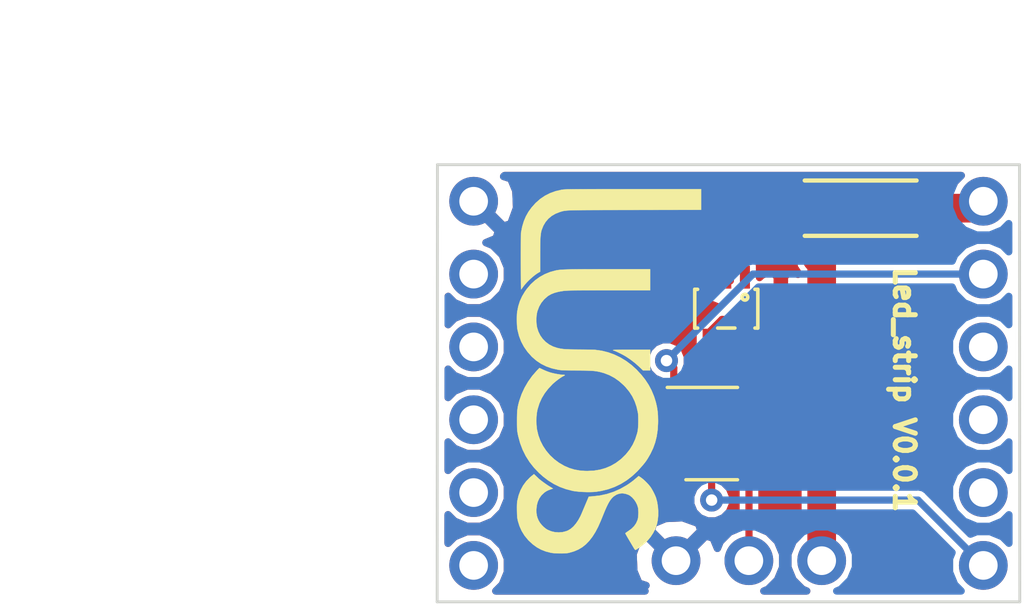
<source format=kicad_pcb>
(kicad_pcb (version 20171130) (host pcbnew "(5.0.1-3-g963ef8bb5)")

  (general
    (thickness 1.6)
    (drawings 3)
    (tracks 36)
    (zones 0)
    (modules 9)
    (nets 18)
  )

  (page A4)
  (layers
    (0 F.Cu signal)
    (31 B.Cu signal)
    (32 B.Adhes user)
    (33 F.Adhes user)
    (34 B.Paste user)
    (35 F.Paste user)
    (36 B.SilkS user)
    (37 F.SilkS user)
    (38 B.Mask user)
    (39 F.Mask user)
    (40 Dwgs.User user hide)
    (41 Cmts.User user hide)
    (42 Eco1.User user)
    (43 Eco2.User user)
    (44 Edge.Cuts user)
    (45 Margin user hide)
    (46 B.CrtYd user hide)
    (47 F.CrtYd user hide)
    (48 B.Fab user hide)
    (49 F.Fab user)
  )

  (setup
    (last_trace_width 0.25)
    (user_trace_width 1)
    (trace_clearance 0.2)
    (zone_clearance 0.2)
    (zone_45_only no)
    (trace_min 0.2)
    (segment_width 0.2)
    (edge_width 0.15)
    (via_size 0.8)
    (via_drill 0.4)
    (via_min_size 0.4)
    (via_min_drill 0.3)
    (user_via 1.6 0.8)
    (uvia_size 0.3)
    (uvia_drill 0.1)
    (uvias_allowed no)
    (uvia_min_size 0.2)
    (uvia_min_drill 0.1)
    (pcb_text_width 0.3)
    (pcb_text_size 1.5 1.5)
    (mod_edge_width 0.15)
    (mod_text_size 1 1)
    (mod_text_width 0.15)
    (pad_size 1.524 1.524)
    (pad_drill 0.762)
    (pad_to_mask_clearance 0.051)
    (solder_mask_min_width 0.25)
    (aux_axis_origin 0 0)
    (grid_origin 102.6387 58.7579)
    (visible_elements FFFFFF7F)
    (pcbplotparams
      (layerselection 0x010fc_ffffffff)
      (usegerberextensions false)
      (usegerberattributes false)
      (usegerberadvancedattributes false)
      (creategerberjobfile false)
      (excludeedgelayer true)
      (linewidth 0.100000)
      (plotframeref false)
      (viasonmask false)
      (mode 1)
      (useauxorigin false)
      (hpglpennumber 1)
      (hpglpenspeed 20)
      (hpglpendiameter 15.000000)
      (psnegative false)
      (psa4output false)
      (plotreference true)
      (plotvalue true)
      (plotinvisibletext false)
      (padsonsilk false)
      (subtractmaskfromsilk false)
      (outputformat 1)
      (mirror false)
      (drillshape 1)
      (scaleselection 1)
      (outputdirectory ""))
  )

  (net 0 "")
  (net 1 "Net-(J1-Pad8)")
  (net 2 "Net-(J1-Pad12)")
  (net 3 "Net-(J1-Pad10)")
  (net 4 "Net-(J1-Pad3)")
  (net 5 "Net-(J1-Pad9)")
  (net 6 "Net-(J1-Pad11)")
  (net 7 GND)
  (net 8 /TX)
  (net 9 "Net-(J1-Pad4)")
  (net 10 "Net-(J1-Pad2)")
  (net 11 "Net-(D1-Pad1)")
  (net 12 +3V3)
  (net 13 "Net-(U1-Pad1)")
  (net 14 "Net-(U1-Pad3)")
  (net 15 +5V)
  (net 16 VBUS)
  (net 17 /TX_5V)

  (net_class Default "Ceci est la Netclass par défaut."
    (clearance 0.2)
    (trace_width 0.25)
    (via_dia 0.8)
    (via_drill 0.4)
    (uvia_dia 0.3)
    (uvia_drill 0.1)
    (add_net +3V3)
    (add_net +5V)
    (add_net /TX)
    (add_net /TX_5V)
    (add_net GND)
    (add_net "Net-(D1-Pad1)")
    (add_net "Net-(J1-Pad10)")
    (add_net "Net-(J1-Pad11)")
    (add_net "Net-(J1-Pad12)")
    (add_net "Net-(J1-Pad2)")
    (add_net "Net-(J1-Pad3)")
    (add_net "Net-(J1-Pad4)")
    (add_net "Net-(J1-Pad8)")
    (add_net "Net-(J1-Pad9)")
    (add_net "Net-(U1-Pad1)")
    (add_net "Net-(U1-Pad3)")
    (add_net VBUS)
  )

  (net_class power ""
    (clearance 0.2)
    (trace_width 1)
    (via_dia 1.6)
    (via_drill 0.4)
    (uvia_dia 0.3)
    (uvia_drill 0.1)
  )

  (module Common_Footprint:826926-3 (layer F.Cu) (tedit 5D161F5B) (tstamp 5D1624A5)
    (at 113.4999 72.5678)
    (path /5D1644EA)
    (fp_text reference J2 (at 0 2.54) (layer F.SilkS) hide
      (effects (font (size 1 1) (thickness 0.15)))
    )
    (fp_text value Header3Contacts (at 0 -2.54) (layer F.Fab) hide
      (effects (font (size 1 1) (thickness 0.15)))
    )
    (pad 3 thru_hole circle (at 2.54 0) (size 1.7 1.7) (drill 1) (layers *.Cu *.Mask)
      (net 16 VBUS))
    (pad 2 thru_hole circle (at 0 0) (size 1.7 1.7) (drill 1) (layers *.Cu *.Mask)
      (net 17 /TX_5V))
    (pad 1 thru_hole circle (at -2.54 0) (size 1.7 1.7) (drill 1) (layers *.Cu *.Mask)
      (net 7 GND))
    (model ${KISYS3DMOD}/HEADER3PMAL.stp
      (offset (xyz -2.5 0 0))
      (scale (xyz 1 1 1))
      (rotate (xyz 0 0 0))
    )
  )

  (module Common_Footprint:SOT-23-5 (layer F.Cu) (tedit 5C657B76) (tstamp 5D163060)
    (at 112.2045 68.1355)
    (descr "5-pin SOT23 package")
    (tags SOT-23-5)
    (path /5D0D1741)
    (attr smd)
    (fp_text reference U2 (at 0 -2.9) (layer F.SilkS) hide
      (effects (font (size 1 1) (thickness 0.15)))
    )
    (fp_text value SN74LVC1G126DBVT (at 0 2.9) (layer F.Fab) hide
      (effects (font (size 1 1) (thickness 0.15)))
    )
    (fp_text user %R (at 0 0 90) (layer F.Fab)
      (effects (font (size 0.5 0.5) (thickness 0.075)))
    )
    (fp_line (start -0.9 1.61) (end 0.9 1.61) (layer F.SilkS) (width 0.12))
    (fp_line (start 0.9 -1.61) (end -1.55 -1.61) (layer F.SilkS) (width 0.12))
    (fp_line (start -1.9 -1.8) (end 1.9 -1.8) (layer F.CrtYd) (width 0.05))
    (fp_line (start 1.9 -1.8) (end 1.9 1.8) (layer F.CrtYd) (width 0.05))
    (fp_line (start 1.9 1.8) (end -1.9 1.8) (layer F.CrtYd) (width 0.05))
    (fp_line (start -1.9 1.8) (end -1.9 -1.8) (layer F.CrtYd) (width 0.05))
    (fp_line (start -0.9 -0.9) (end -0.25 -1.55) (layer F.Fab) (width 0.1))
    (fp_line (start 0.9 -1.55) (end -0.25 -1.55) (layer F.Fab) (width 0.1))
    (fp_line (start -0.9 -0.9) (end -0.9 1.55) (layer F.Fab) (width 0.1))
    (fp_line (start 0.9 1.55) (end -0.9 1.55) (layer F.Fab) (width 0.1))
    (fp_line (start 0.9 -1.55) (end 0.9 1.55) (layer F.Fab) (width 0.1))
    (pad 1 smd rect (at -1.3 -0.95) (size 1.1 0.6) (layers F.Cu F.Paste F.Mask)
      (net 12 +3V3))
    (pad 2 smd rect (at -1.3 0) (size 1.1 0.6) (layers F.Cu F.Paste F.Mask)
      (net 8 /TX))
    (pad 3 smd rect (at -1.3 0.95) (size 1.1 0.6) (layers F.Cu F.Paste F.Mask)
      (net 7 GND))
    (pad 4 smd rect (at 1.3 0.95) (size 1.1 0.6) (layers F.Cu F.Paste F.Mask)
      (net 17 /TX_5V))
    (pad 5 smd rect (at 1.3 -0.95) (size 1.1 0.6) (layers F.Cu F.Paste F.Mask)
      (net 15 +5V))
    (model ${KISYS3DMOD}/SOT-23-5.stp
      (at (xyz 0 0 0))
      (scale (xyz 1 1 1))
      (rotate (xyz 0 0 0))
    )
  )

  (module Common_Footprint:PowerDI-123 (layer F.Cu) (tedit 5C6D6238) (tstamp 5D16249E)
    (at 117.3988 60.2742)
    (path /5D166ECF)
    (fp_text reference D1 (at 2.3495 -0.0635 90) (layer F.Fab)
      (effects (font (size 0.5 0.5) (thickness 0.125)))
    )
    (fp_text value DFLS230L-7 (at 0 -1.75) (layer F.Fab) hide
      (effects (font (size 1 1) (thickness 0.15)))
    )
    (fp_line (start 0.254 -0.508) (end 0.254 0.5715) (layer F.Fab) (width 0.1))
    (fp_line (start 0.254 0) (end -0.8255 -0.508) (layer F.Fab) (width 0.1))
    (fp_line (start -0.8255 0.5715) (end 0.254 0) (layer F.Fab) (width 0.1))
    (fp_line (start -0.8255 -0.508) (end -0.8255 0.5715) (layer F.Fab) (width 0.1))
    (fp_line (start -1.7145 0.8255) (end -1.7145 -0.8255) (layer F.Fab) (width 0.1))
    (fp_line (start 1.7145 0.8255) (end -1.7145 0.8255) (layer F.Fab) (width 0.1))
    (fp_line (start 1.7145 -0.8255) (end 1.7145 0.8255) (layer F.Fab) (width 0.1))
    (fp_line (start -1.7145 -0.8255) (end 1.7145 -0.8255) (layer F.Fab) (width 0.1))
    (fp_line (start -1.95 -0.965) (end 1.95 -0.965) (layer F.SilkS) (width 0.15))
    (fp_line (start -1.95 0.965) (end 1.95 0.965) (layer F.SilkS) (width 0.15))
    (pad 1 smd rect (at 0.85 0) (size 2.41 1.5) (layers F.Cu F.Paste F.Mask)
      (net 11 "Net-(D1-Pad1)"))
    (pad 2 smd rect (at -1.525 0) (size 1.05 1.5) (layers F.Cu F.Paste F.Mask)
      (net 16 VBUS))
    (model ${KISYS3DMOD}/PowerDI123.stp
      (offset (xyz 0 0.9099999863331713 0.4999999924907534))
      (scale (xyz 1 1 1))
      (rotate (xyz 0 90 180))
    )
  )

  (module Common_Footprint:R_0402_NoSilk (layer F.Cu) (tedit 5E8B6747) (tstamp 5D16248E)
    (at 108.6839 67.998 270)
    (descr "Resistor SMD 0402, reflow soldering, Vishay (see dcrcw.pdf)")
    (tags "resistor 0402")
    (path /5D0D1548)
    (attr smd)
    (fp_text reference C3 (at 0 0 270) (layer F.Fab)
      (effects (font (size 0.25 0.25) (thickness 0.0625)))
    )
    (fp_text value 100nF (at 0 1.25 270) (layer F.Fab) hide
      (effects (font (size 1 1) (thickness 0.15)))
    )
    (fp_line (start 0.8 0.45) (end -0.8 0.45) (layer F.CrtYd) (width 0.05))
    (fp_line (start 0.8 0.45) (end 0.8 -0.45) (layer F.CrtYd) (width 0.05))
    (fp_line (start -0.8 -0.45) (end -0.8 0.45) (layer F.CrtYd) (width 0.05))
    (fp_line (start -0.8 -0.45) (end 0.8 -0.45) (layer F.CrtYd) (width 0.05))
    (fp_line (start -0.5 -0.25) (end 0.5 -0.25) (layer F.Fab) (width 0.1))
    (fp_line (start 0.5 -0.25) (end 0.5 0.25) (layer F.Fab) (width 0.1))
    (fp_line (start 0.5 0.25) (end -0.5 0.25) (layer F.Fab) (width 0.1))
    (fp_line (start -0.5 0.25) (end -0.5 -0.25) (layer F.Fab) (width 0.1))
    (pad 2 smd rect (at 0.45 0 270) (size 0.4 0.6) (layers F.Cu F.Paste F.Mask)
      (net 7 GND))
    (pad 1 smd rect (at -0.45 0 270) (size 0.4 0.6) (layers F.Cu F.Paste F.Mask)
      (net 12 +3V3))
    (model "${KISYS3DMOD}/0402 SMD Resistor.step"
      (at (xyz 0 0 0))
      (scale (xyz 1 1 1))
      (rotate (xyz 0 0 90))
    )
  )

  (module Common_Footprint:R_0402_NoSilk (layer F.Cu) (tedit 5E8B6747) (tstamp 5D162480)
    (at 114.9196 67.7313 270)
    (descr "Resistor SMD 0402, reflow soldering, Vishay (see dcrcw.pdf)")
    (tags "resistor 0402")
    (path /5D0D14F7)
    (attr smd)
    (fp_text reference C2 (at 0 0 270) (layer F.Fab)
      (effects (font (size 0.25 0.25) (thickness 0.0625)))
    )
    (fp_text value 100nf (at 0 1.25 270) (layer F.Fab) hide
      (effects (font (size 1 1) (thickness 0.15)))
    )
    (fp_line (start 0.8 0.45) (end -0.8 0.45) (layer F.CrtYd) (width 0.05))
    (fp_line (start 0.8 0.45) (end 0.8 -0.45) (layer F.CrtYd) (width 0.05))
    (fp_line (start -0.8 -0.45) (end -0.8 0.45) (layer F.CrtYd) (width 0.05))
    (fp_line (start -0.8 -0.45) (end 0.8 -0.45) (layer F.CrtYd) (width 0.05))
    (fp_line (start -0.5 -0.25) (end 0.5 -0.25) (layer F.Fab) (width 0.1))
    (fp_line (start 0.5 -0.25) (end 0.5 0.25) (layer F.Fab) (width 0.1))
    (fp_line (start 0.5 0.25) (end -0.5 0.25) (layer F.Fab) (width 0.1))
    (fp_line (start -0.5 0.25) (end -0.5 -0.25) (layer F.Fab) (width 0.1))
    (pad 2 smd rect (at 0.45 0 270) (size 0.4 0.6) (layers F.Cu F.Paste F.Mask)
      (net 7 GND))
    (pad 1 smd rect (at -0.45 0 270) (size 0.4 0.6) (layers F.Cu F.Paste F.Mask)
      (net 15 +5V))
    (model "${KISYS3DMOD}/0402 SMD Resistor.step"
      (at (xyz 0 0 0))
      (scale (xyz 1 1 1))
      (rotate (xyz 0 0 90))
    )
  )

  (module Common_Footprint:R_0402_NoSilk (layer F.Cu) (tedit 5E8B6747) (tstamp 5D162472)
    (at 114.6148 63.7998 90)
    (descr "Resistor SMD 0402, reflow soldering, Vishay (see dcrcw.pdf)")
    (tags "resistor 0402")
    (path /5D0D141A)
    (attr smd)
    (fp_text reference C1 (at 0 0 90) (layer F.Fab)
      (effects (font (size 0.25 0.25) (thickness 0.0625)))
    )
    (fp_text value 100nF (at 0 1.25 90) (layer F.Fab) hide
      (effects (font (size 1 1) (thickness 0.15)))
    )
    (fp_line (start 0.8 0.45) (end -0.8 0.45) (layer F.CrtYd) (width 0.05))
    (fp_line (start 0.8 0.45) (end 0.8 -0.45) (layer F.CrtYd) (width 0.05))
    (fp_line (start -0.8 -0.45) (end -0.8 0.45) (layer F.CrtYd) (width 0.05))
    (fp_line (start -0.8 -0.45) (end 0.8 -0.45) (layer F.CrtYd) (width 0.05))
    (fp_line (start -0.5 -0.25) (end 0.5 -0.25) (layer F.Fab) (width 0.1))
    (fp_line (start 0.5 -0.25) (end 0.5 0.25) (layer F.Fab) (width 0.1))
    (fp_line (start 0.5 0.25) (end -0.5 0.25) (layer F.Fab) (width 0.1))
    (fp_line (start -0.5 0.25) (end -0.5 -0.25) (layer F.Fab) (width 0.1))
    (pad 2 smd rect (at 0.45 0 90) (size 0.4 0.6) (layers F.Cu F.Paste F.Mask)
      (net 7 GND))
    (pad 1 smd rect (at -0.45 0 90) (size 0.4 0.6) (layers F.Cu F.Paste F.Mask)
      (net 16 VBUS))
    (model "${KISYS3DMOD}/0402 SMD Resistor.step"
      (at (xyz 0 0 0))
      (scale (xyz 1 1 1))
      (rotate (xyz 0 0 90))
    )
  )

  (module Common_Footprint:SC-70-5 (layer F.Cu) (tedit 5C6D5B85) (tstamp 5D162464)
    (at 112.7125 63.7794 270)
    (path /5D0D1312)
    (fp_text reference U1 (at 0.075 0.025 270) (layer F.Fab)
      (effects (font (size 0.5 0.5) (thickness 0.125)))
    )
    (fp_text value TPS71550DCKR (at 0.2 -1.9 270) (layer F.Fab) hide
      (effects (font (size 1 1) (thickness 0.15)))
    )
    (fp_circle (center -0.3937 -0.6477) (end -0.2921 -0.6477) (layer F.Fab) (width 0.1))
    (fp_line (start -0.6731 1.1049) (end 0.6731 1.1049) (layer F.Fab) (width 0.1))
    (fp_line (start -0.6731 -0.6731) (end -0.6731 1.1049) (layer F.Fab) (width 0.1))
    (fp_line (start -0.2921 -1.1049) (end -0.6731 -0.6858) (layer F.Fab) (width 0.1))
    (fp_line (start 0.6731 -1.1049) (end -0.2921 -1.1049) (layer F.Fab) (width 0.1))
    (fp_line (start 0.6731 1.1049) (end 0.6731 -1.1049) (layer F.Fab) (width 0.1))
    (fp_line (start -0.675 -0.675) (end -0.3 -1.1) (layer F.CrtYd) (width 0.125))
    (fp_line (start -0.675 -0.675) (end -0.675 1.1) (layer F.CrtYd) (width 0.125))
    (fp_line (start 0.675 -1.1) (end -0.3 -1.1) (layer F.CrtYd) (width 0.125))
    (fp_line (start 0.675 1.1) (end 0.675 -1.1) (layer F.CrtYd) (width 0.125))
    (fp_line (start -0.675 1.1) (end 0.675 1.1) (layer F.CrtYd) (width 0.125))
    (fp_line (start 0.675 -0.3) (end 0.675 0.3) (layer F.SilkS) (width 0.125))
    (fp_line (start 0.675 -1.1) (end 0.675 -1) (layer F.SilkS) (width 0.125))
    (fp_line (start -0.675 -1) (end -0.675 -1.1) (layer F.SilkS) (width 0.125))
    (fp_circle (center -0.4 -0.65) (end -0.3 -0.65) (layer F.SilkS) (width 0.125))
    (fp_line (start 0.675 1.1) (end -0.675 1.1) (layer F.SilkS) (width 0.125))
    (fp_line (start -0.675 1.1) (end -0.675 1) (layer F.SilkS) (width 0.125))
    (fp_line (start 0.675 1) (end 0.675 1.1) (layer F.SilkS) (width 0.125))
    (fp_line (start -0.675 -1.1) (end 0.675 -1.1) (layer F.SilkS) (width 0.125))
    (pad 5 smd rect (at 1.1 -0.65 270) (size 0.8 0.35) (layers F.Cu F.Paste F.Mask)
      (net 15 +5V))
    (pad 4 smd rect (at 1.1 0.65 270) (size 0.8 0.35) (layers F.Cu F.Paste F.Mask)
      (net 16 VBUS))
    (pad 3 smd rect (at -1.1 0.65 270) (size 0.8 0.35) (layers F.Cu F.Paste F.Mask)
      (net 14 "Net-(U1-Pad3)"))
    (pad 2 smd rect (at -1.1 0 270) (size 0.8 0.35) (layers F.Cu F.Paste F.Mask)
      (net 7 GND))
    (pad 1 smd rect (at -1.1 -0.65 270) (size 0.8 0.35) (layers F.Cu F.Paste F.Mask)
      (net 13 "Net-(U1-Pad1)"))
    (model ${KISYS3DMOD}/SC-70-5.step
      (at (xyz 0 0 0))
      (scale (xyz 1 1 1))
      (rotate (xyz 0 0 -90))
    )
  )

  (module Common_Footprint:l0_Shield_Socket locked (layer F.Cu) (tedit 5C657850) (tstamp 5D162448)
    (at 112.7887 66.3829)
    (path /5D0D10D5)
    (fp_text reference J1 (at 0 0.5) (layer F.SilkS) hide
      (effects (font (size 1 1) (thickness 0.15)))
    )
    (fp_text value l0_Socket (at 0 -0.5) (layer F.Fab) hide
      (effects (font (size 1 1) (thickness 0.15)))
    )
    (fp_line (start -10.15 -7.625) (end -10.16 7.62) (layer Edge.Cuts) (width 0.1))
    (fp_line (start -10.15 -7.625) (end 10.15 -7.625) (layer Edge.Cuts) (width 0.1))
    (fp_line (start -10.16 7.62) (end 10.16 7.62) (layer Edge.Cuts) (width 0.1))
    (fp_line (start 10.15 -7.625) (end 10.16 7.62) (layer Edge.Cuts) (width 0.1))
    (pad 5 thru_hole circle (at 8.8875 -3.81 270) (size 1.7 1.7) (drill 1) (layers *.Cu *.Mask)
      (net 12 +3V3))
    (pad 6 thru_hole circle (at 8.8875 -6.35 270) (size 1.7 1.7) (drill 1) (layers *.Cu *.Mask)
      (net 11 "Net-(D1-Pad1)"))
    (pad 2 thru_hole circle (at 8.8875 3.81 270) (size 1.7 1.7) (drill 1) (layers *.Cu *.Mask)
      (net 10 "Net-(J1-Pad2)"))
    (pad 4 thru_hole circle (at 8.8875 -1.27 270) (size 1.7 1.7) (drill 1) (layers *.Cu *.Mask)
      (net 9 "Net-(J1-Pad4)"))
    (pad 1 thru_hole circle (at 8.8875 6.35 270) (size 1.7 1.7) (drill 1) (layers *.Cu *.Mask)
      (net 8 /TX))
    (pad 7 thru_hole circle (at -8.8875 -6.35 270) (size 1.7 1.7) (drill 1) (layers *.Cu *.Mask)
      (net 7 GND))
    (pad 11 thru_hole circle (at -8.8875 3.81 270) (size 1.7 1.7) (drill 1) (layers *.Cu *.Mask)
      (net 6 "Net-(J1-Pad11)"))
    (pad 9 thru_hole circle (at -8.8875 -1.27 270) (size 1.7 1.7) (drill 1) (layers *.Cu *.Mask)
      (net 5 "Net-(J1-Pad9)"))
    (pad 3 thru_hole circle (at 8.8875 1.27 270) (size 1.7 1.7) (drill 1) (layers *.Cu *.Mask)
      (net 4 "Net-(J1-Pad3)"))
    (pad 10 thru_hole circle (at -8.8875 1.27 270) (size 1.7 1.7) (drill 1) (layers *.Cu *.Mask)
      (net 3 "Net-(J1-Pad10)"))
    (pad 12 thru_hole circle (at -8.8875 6.35 270) (size 1.7 1.7) (drill 1) (layers *.Cu *.Mask)
      (net 2 "Net-(J1-Pad12)"))
    (pad 8 thru_hole circle (at -8.8875 -3.81 270) (size 1.7 1.7) (drill 1) (layers *.Cu *.Mask)
      (net 1 "Net-(J1-Pad8)"))
  )

  (module Common_Footprint:Luos_logo (layer F.Cu) (tedit 5B9B947A) (tstamp 5D16435A)
    (at 108.6204 66.3271 270)
    (fp_text reference "" (at 0 0 270) (layer F.SilkS) hide
      (effects (font (size 1.524 1.524) (thickness 0.3)))
    )
    (fp_text value "" (at 0.75 0 270) (layer F.SilkS) hide
      (effects (font (size 1.524 1.524) (thickness 0.3)))
    )
    (fp_poly (pts (xy -0.3937 -1.190556) (xy -0.515682 -1.063469) (xy -0.646801 -0.916102) (xy -0.770563 -0.756235)
      (xy -0.87912 -0.59407) (xy -0.888375 -0.578885) (xy -0.921354 -0.521666) (xy -0.957124 -0.455255)
      (xy -0.993092 -0.384963) (xy -1.02666 -0.316101) (xy -1.055232 -0.253981) (xy -1.076213 -0.203913)
      (xy -1.086417 -0.173716) (xy -1.093033 -0.150862) (xy -1.098683 -0.139971) (xy -1.103436 -0.142406)
      (xy -1.107363 -0.159532) (xy -1.110533 -0.192712) (xy -1.113017 -0.24331) (xy -1.114885 -0.31269)
      (xy -1.116207 -0.402215) (xy -1.117053 -0.51325) (xy -1.117493 -0.647157) (xy -1.1176 -0.780301)
      (xy -1.1176 -1.4351) (xy -0.3937 -1.4351) (xy -0.3937 -1.190556)) (layer F.SilkS) (width 0.01))
    (fp_poly (pts (xy -5.991204 -0.904876) (xy -5.990731 -0.615337) (xy -5.9903 -0.350043) (xy -5.989877 -0.107834)
      (xy -5.989431 0.112445) (xy -5.988928 0.311951) (xy -5.988338 0.491841) (xy -5.987626 0.653272)
      (xy -5.986761 0.7974) (xy -5.985711 0.925383) (xy -5.984442 1.038377) (xy -5.982922 1.137538)
      (xy -5.98112 1.224025) (xy -5.979002 1.298992) (xy -5.976535 1.363598) (xy -5.973689 1.418998)
      (xy -5.97043 1.466351) (xy -5.966725 1.506811) (xy -5.962543 1.541537) (xy -5.95785 1.571685)
      (xy -5.952615 1.598412) (xy -5.946805 1.622874) (xy -5.940387 1.646229) (xy -5.93333 1.669632)
      (xy -5.9256 1.694242) (xy -5.917597 1.719815) (xy -5.859637 1.867488) (xy -5.782368 1.999008)
      (xy -5.686658 2.113504) (xy -5.573373 2.210104) (xy -5.44338 2.287936) (xy -5.297547 2.34613)
      (xy -5.293005 2.347542) (xy -5.249811 2.359463) (xy -5.202224 2.369539) (xy -5.147894 2.377909)
      (xy -5.084469 2.384711) (xy -5.0096 2.390081) (xy -4.920934 2.394159) (xy -4.816123 2.397082)
      (xy -4.692815 2.398988) (xy -4.548659 2.400014) (xy -4.393181 2.4003) (xy -3.836053 2.4003)
      (xy -3.81589 2.43929) (xy -3.772216 2.511725) (xy -3.712167 2.594145) (xy -3.640042 2.68178)
      (xy -3.560141 2.769859) (xy -3.476761 2.853612) (xy -3.394203 2.928267) (xy -3.3274 2.981364)
      (xy -3.284256 3.013269) (xy -3.248433 3.040174) (xy -3.225235 3.058079) (xy -3.220085 3.062352)
      (xy -3.23077 3.063788) (xy -3.264532 3.065114) (xy -3.319047 3.066327) (xy -3.391992 3.067424)
      (xy -3.481045 3.068401) (xy -3.583882 3.069257) (xy -3.69818 3.069988) (xy -3.821615 3.070591)
      (xy -3.951866 3.071063) (xy -4.086608 3.071402) (xy -4.223518 3.071604) (xy -4.360274 3.071666)
      (xy -4.494551 3.071586) (xy -4.624028 3.071361) (xy -4.746381 3.070988) (xy -4.859287 3.070463)
      (xy -4.960422 3.069784) (xy -5.047464 3.068949) (xy -5.118089 3.067953) (xy -5.169974 3.066794)
      (xy -5.200797 3.06547) (xy -5.207 3.064848) (xy -5.41071 3.023882) (xy -5.59588 2.96851)
      (xy -5.765992 2.89699) (xy -5.924524 2.80758) (xy -6.074956 2.698539) (xy -6.220767 2.568125)
      (xy -6.24269 2.546376) (xy -6.375093 2.395596) (xy -6.486748 2.230445) (xy -6.577229 2.051785)
      (xy -6.646111 1.860483) (xy -6.692969 1.657401) (xy -6.699093 1.61925) (xy -6.701461 1.600838)
      (xy -6.703629 1.577792) (xy -6.705606 1.549016) (xy -6.707402 1.513413) (xy -6.709023 1.469887)
      (xy -6.710479 1.41734) (xy -6.711777 1.354677) (xy -6.712928 1.280801) (xy -6.713938 1.194615)
      (xy -6.714817 1.095023) (xy -6.715572 0.980928) (xy -6.716213 0.851234) (xy -6.716747 0.704844)
      (xy -6.717184 0.540662) (xy -6.717532 0.35759) (xy -6.717799 0.154533) (xy -6.717993 -0.069606)
      (xy -6.718123 -0.315924) (xy -6.718198 -0.585517) (xy -6.718226 -0.860425) (xy -6.7183 -3.2131)
      (xy -6.356679 -3.213101) (xy -5.995058 -3.213101) (xy -5.991204 -0.904876)) (layer F.SilkS) (width 0.01))
    (fp_poly (pts (xy 4.671245 -1.716286) (xy 4.823697 -1.701936) (xy 4.955046 -1.675878) (xy 5.112537 -1.622409)
      (xy 5.266868 -1.546597) (xy 5.413163 -1.451438) (xy 5.546547 -1.339932) (xy 5.615056 -1.270067)
      (xy 5.653045 -1.226104) (xy 5.695097 -1.17391) (xy 5.738239 -1.117611) (xy 5.7795 -1.061334)
      (xy 5.815906 -1.009204) (xy 5.844485 -0.965348) (xy 5.862265 -0.93389) (xy 5.866726 -0.92075)
      (xy 5.856588 -0.908041) (xy 5.830301 -0.88788) (xy 5.800364 -0.868778) (xy 5.768377 -0.849826)
      (xy 5.719293 -0.820733) (xy 5.657863 -0.784315) (xy 5.588838 -0.74339) (xy 5.516969 -0.700773)
      (xy 5.516514 -0.700503) (xy 5.449397 -0.661045) (xy 5.389467 -0.626462) (xy 5.34023 -0.598725)
      (xy 5.305191 -0.579804) (xy 5.287857 -0.571669) (xy 5.286956 -0.5715) (xy 5.275309 -0.581556)
      (xy 5.254145 -0.608503) (xy 5.227112 -0.647511) (xy 5.212601 -0.669925) (xy 5.128756 -0.785387)
      (xy 5.037832 -0.877313) (xy 4.938221 -0.94697) (xy 4.828315 -0.995625) (xy 4.782056 -1.009248)
      (xy 4.720744 -1.020019) (xy 4.643528 -1.026383) (xy 4.559545 -1.028212) (xy 4.477928 -1.025377)
      (xy 4.407812 -1.017748) (xy 4.39165 -1.014769) (xy 4.294386 -0.984959) (xy 4.198458 -0.937921)
      (xy 4.109059 -0.877498) (xy 4.031379 -0.807536) (xy 3.970613 -0.731879) (xy 3.943231 -0.682759)
      (xy 3.904798 -0.572381) (xy 3.891098 -0.464412) (xy 3.901941 -0.360296) (xy 3.937136 -0.261481)
      (xy 3.996492 -0.169411) (xy 4.013614 -0.149261) (xy 4.0612 -0.101257) (xy 4.117082 -0.055759)
      (xy 4.184113 -0.011126) (xy 4.265145 0.034282) (xy 4.36303 0.082106) (xy 4.480622 0.133987)
      (xy 4.572 0.171893) (xy 4.641943 0.200358) (xy 4.723397 0.233525) (xy 4.804352 0.266504)
      (xy 4.8514 0.285678) (xy 5.058641 0.37737) (xy 5.242493 0.47413) (xy 5.40463 0.576927)
      (xy 5.546731 0.686731) (xy 5.5499 0.689451) (xy 5.669809 0.805263) (xy 5.769304 0.929722)
      (xy 5.850242 1.06604) (xy 5.914485 1.217429) (xy 5.96389 1.387102) (xy 5.970518 1.41605)
      (xy 5.978953 1.472427) (xy 5.984471 1.547731) (xy 5.987133 1.635662) (xy 5.986999 1.729922)
      (xy 5.984132 1.824212) (xy 5.978593 1.912233) (xy 5.970442 1.987686) (xy 5.964624 2.022791)
      (xy 5.919574 2.200074) (xy 5.856386 2.362985) (xy 5.773341 2.514572) (xy 5.668717 2.657879)
      (xy 5.540795 2.795955) (xy 5.513308 2.822232) (xy 5.366675 2.942665) (xy 5.205829 3.04208)
      (xy 5.030995 3.120354) (xy 4.87045 3.170456) (xy 4.821158 3.182294) (xy 4.775533 3.191103)
      (xy 4.728014 3.197433) (xy 4.673038 3.201834) (xy 4.605042 3.204855) (xy 4.518463 3.207047)
      (xy 4.4958 3.207483) (xy 4.374712 3.208484) (xy 4.276921 3.206505) (xy 4.200488 3.201477)
      (xy 4.1529 3.19512) (xy 3.961898 3.149359) (xy 3.784933 3.082602) (xy 3.622294 2.995015)
      (xy 3.474274 2.886765) (xy 3.341162 2.758018) (xy 3.295373 2.704761) (xy 3.222545 2.615744)
      (xy 3.290532 2.542947) (xy 3.323603 2.507737) (xy 3.349936 2.480074) (xy 3.364774 2.464945)
      (xy 3.366017 2.4638) (xy 3.387812 2.440998) (xy 3.420322 2.401568) (xy 3.460207 2.350036)
      (xy 3.504129 2.290933) (xy 3.548749 2.228786) (xy 3.590728 2.168123) (xy 3.626726 2.113474)
      (xy 3.639894 2.092362) (xy 3.725227 1.952354) (xy 3.75273 2.033452) (xy 3.781857 2.111479)
      (xy 3.812366 2.174302) (xy 3.849427 2.231833) (xy 3.871308 2.260793) (xy 3.960967 2.354901)
      (xy 4.06643 2.429646) (xy 4.186401 2.484449) (xy 4.319587 2.518728) (xy 4.46469 2.531905)
      (xy 4.47675 2.53203) (xy 4.577046 2.528831) (xy 4.662982 2.516761) (xy 4.744699 2.493642)
      (xy 4.83234 2.457297) (xy 4.8387 2.454323) (xy 4.916205 2.408484) (xy 4.995414 2.345336)
      (xy 5.069483 2.27149) (xy 5.131564 2.193554) (xy 5.164305 2.13995) (xy 5.215916 2.01593)
      (xy 5.246664 1.884104) (xy 5.25641 1.749164) (xy 5.245016 1.615804) (xy 5.212344 1.488718)
      (xy 5.185386 1.423471) (xy 5.128301 1.329959) (xy 5.048062 1.238544) (xy 4.946916 1.15103)
      (xy 4.827108 1.069219) (xy 4.690883 0.994913) (xy 4.600564 0.953991) (xy 4.548193 0.931922)
      (xy 4.478864 0.902663) (xy 4.399004 0.868928) (xy 4.315044 0.833434) (xy 4.2418 0.802446)
      (xy 4.00685 0.703005) (xy 3.997749 0.567599) (xy 3.968789 0.31509) (xy 3.916301 0.071787)
      (xy 3.839976 -0.163226) (xy 3.739505 -0.390869) (xy 3.614579 -0.612057) (xy 3.583482 -0.6604)
      (xy 3.541028 -0.722616) (xy 3.494462 -0.78711) (xy 3.4501 -0.845309) (xy 3.421112 -0.880793)
      (xy 3.383678 -0.924588) (xy 3.349153 -0.965248) (xy 3.323388 -0.995874) (xy 3.317731 -1.002693)
      (xy 3.289013 -1.037551) (xy 3.33985 -1.112501) (xy 3.38862 -1.176502) (xy 3.452109 -1.24829)
      (xy 3.524011 -1.321402) (xy 3.598018 -1.389377) (xy 3.6576 -1.438084) (xy 3.71524 -1.47724)
      (xy 3.789037 -1.520521) (xy 3.871104 -1.563852) (xy 3.953558 -1.603159) (xy 4.028514 -1.634369)
      (xy 4.056994 -1.644455) (xy 4.197005 -1.6813) (xy 4.350791 -1.70572) (xy 4.51124 -1.717465)
      (xy 4.671245 -1.716286)) (layer F.SilkS) (width 0.01))
    (fp_poly (pts (xy 1.459355 -1.710961) (xy 1.693227 -1.695943) (xy 1.91159 -1.663242) (xy 2.118146 -1.611787)
      (xy 2.3166 -1.540508) (xy 2.510655 -1.448334) (xy 2.654424 -1.365535) (xy 2.706714 -1.332845)
      (xy 2.749014 -1.305101) (xy 2.787654 -1.27769) (xy 2.828963 -1.245999) (xy 2.879273 -1.205418)
      (xy 2.918909 -1.172821) (xy 3.115553 -0.996369) (xy 3.288496 -0.811037) (xy 3.438005 -0.616352)
      (xy 3.564346 -0.411844) (xy 3.667788 -0.19704) (xy 3.748595 0.028532) (xy 3.807036 0.265343)
      (xy 3.836164 0.449105) (xy 3.844282 0.544875) (xy 3.84792 0.658059) (xy 3.847346 0.781856)
      (xy 3.842829 0.909462) (xy 3.834637 1.034076) (xy 3.823038 1.148893) (xy 3.8083 1.247113)
      (xy 3.803797 1.27) (xy 3.745137 1.497981) (xy 3.667018 1.712584) (xy 3.568212 1.916106)
      (xy 3.447492 2.110844) (xy 3.303632 2.299095) (xy 3.18103 2.43613) (xy 2.996877 2.612792)
      (xy 2.801743 2.766727) (xy 2.594892 2.898339) (xy 2.375587 3.008033) (xy 2.143091 3.096212)
      (xy 1.896667 3.163281) (xy 1.8288 3.177594) (xy 1.77976 3.186821) (xy 1.734336 3.193886)
      (xy 1.687988 3.19907) (xy 1.636179 3.202654) (xy 1.574371 3.204918) (xy 1.498024 3.206143)
      (xy 1.402602 3.206608) (xy 1.3589 3.206645) (xy 1.232376 3.205922) (xy 1.126097 3.20332)
      (xy 1.034937 3.198233) (xy 0.953775 3.190059) (xy 0.877485 3.178194) (xy 0.800943 3.162034)
      (xy 0.719027 3.140976) (xy 0.6604 3.124354) (xy 0.432995 3.045385) (xy 0.211401 2.943189)
      (xy -0.000798 2.81984) (xy -0.200021 2.677414) (xy -0.376718 2.523727) (xy -0.480385 2.424326)
      (xy -0.418808 2.294838) (xy -0.38779 2.224612) (xy -0.356347 2.145106) (xy -0.329412 2.069105)
      (xy -0.319462 2.037379) (xy -0.299725 1.962645) (xy -0.281014 1.877636) (xy -0.264578 1.789552)
      (xy -0.251667 1.705595) (xy -0.243531 1.632966) (xy -0.2413 1.587115) (xy -0.238463 1.550531)
      (xy -0.230242 1.538528) (xy -0.217072 1.55128) (xy -0.206065 1.572926) (xy -0.178105 1.625781)
      (xy -0.136427 1.691378) (xy -0.085027 1.764252) (xy -0.027901 1.838943) (xy 0.030955 1.909986)
      (xy 0.080187 1.964292) (xy 0.23843 2.115007) (xy 0.402531 2.241637) (xy 0.574179 2.345153)
      (xy 0.755066 2.426525) (xy 0.946883 2.486725) (xy 1.019382 2.503494) (xy 1.119425 2.519198)
      (xy 1.235972 2.528706) (xy 1.360873 2.531936) (xy 1.485978 2.528805) (xy 1.603137 2.51923)
      (xy 1.667724 2.510103) (xy 1.865892 2.463702) (xy 2.056143 2.39401) (xy 2.236687 2.302387)
      (xy 2.405736 2.190193) (xy 2.561498 2.058786) (xy 2.702183 1.909527) (xy 2.826002 1.743775)
      (xy 2.931164 1.56289) (xy 2.941063 1.54305) (xy 3.011761 1.378189) (xy 3.063128 1.209059)
      (xy 3.096142 1.031168) (xy 3.111776 0.840021) (xy 3.113402 0.7493) (xy 3.102328 0.528183)
      (xy 3.06888 0.318929) (xy 3.012884 0.121056) (xy 2.934165 -0.065916) (xy 2.832551 -0.242466)
      (xy 2.707865 -0.409076) (xy 2.682868 -0.43815) (xy 2.533048 -0.590665) (xy 2.37041 -0.721263)
      (xy 2.194765 -0.830058) (xy 2.005925 -0.917162) (xy 1.8037 -0.982686) (xy 1.7399 -0.998265)
      (xy 1.676007 -1.008925) (xy 1.59327 -1.017113) (xy 1.498134 -1.022704) (xy 1.397045 -1.025577)
      (xy 1.296449 -1.025609) (xy 1.202793 -1.022676) (xy 1.122522 -1.016656) (xy 1.0795 -1.010845)
      (xy 0.874847 -0.965058) (xy 0.686026 -0.900411) (xy 0.510507 -0.815596) (xy 0.345762 -0.709308)
      (xy 0.189266 -0.58024) (xy 0.122819 -0.516349) (xy -0.017876 -0.359072) (xy -0.135068 -0.192933)
      (xy -0.229516 -0.016593) (xy -0.301977 0.17129) (xy -0.336714 0.296328) (xy -0.349574 0.35302)
      (xy -0.360283 0.408156) (xy -0.369044 0.464765) (xy -0.376055 0.525877) (xy -0.381517 0.594522)
      (xy -0.385632 0.673729) (xy -0.3886 0.766529) (xy -0.390621 0.875951) (xy -0.391897 1.005025)
      (xy -0.392571 1.139879) (xy -0.393157 1.268919) (xy -0.394027 1.37583) (xy -0.395324 1.463879)
      (xy -0.397188 1.536338) (xy -0.399761 1.596474) (xy -0.403185 1.647559) (xy -0.4076 1.692861)
      (xy -0.413148 1.735651) (xy -0.419971 1.779196) (xy -0.420311 1.781229) (xy -0.466673 1.988444)
      (xy -0.534016 2.181417) (xy -0.62248 2.360426) (xy -0.732206 2.52575) (xy -0.863335 2.677666)
      (xy -0.883334 2.697806) (xy -1.045524 2.84174) (xy -1.217976 2.962446) (xy -1.400777 3.059969)
      (xy -1.594014 3.134354) (xy -1.797775 3.185645) (xy -1.847472 3.194397) (xy -1.910536 3.201766)
      (xy -1.991856 3.207092) (xy -2.084461 3.210318) (xy -2.18138 3.211385) (xy -2.275643 3.210238)
      (xy -2.36028 3.206818) (xy -2.42832 3.201069) (xy -2.441749 3.199286) (xy -2.63265 3.161496)
      (xy -2.810621 3.105104) (xy -2.980084 3.028243) (xy -3.145458 2.929046) (xy -3.237736 2.863189)
      (xy -3.395924 2.728585) (xy -3.535094 2.577978) (xy -3.654219 2.412973) (xy -3.752276 2.235176)
      (xy -3.82824 2.046191) (xy -3.878649 1.859472) (xy -3.885384 1.825455) (xy -3.891429 1.790185)
      (xy -3.89682 1.752183) (xy -3.901595 1.709972) (xy -3.90579 1.662074) (xy -3.909441 1.607009)
      (xy -3.912586 1.543302) (xy -3.915262 1.469472) (xy -3.917504 1.384043) (xy -3.919349 1.285536)
      (xy -3.920835 1.172473) (xy -3.921998 1.043376) (xy -3.922874 0.896767) (xy -3.923501 0.731168)
      (xy -3.923914 0.5451) (xy -3.924152 0.337087) (xy -3.924249 0.105649) (xy -3.924257 0.022225)
      (xy -3.9243 -1.4351) (xy -3.1877 -1.4351) (xy -3.1877 -0.001166) (xy -3.187663 0.22546)
      (xy -3.187539 0.428192) (xy -3.187308 0.608534) (xy -3.186952 0.767993) (xy -3.18645 0.908073)
      (xy -3.185785 1.03028) (xy -3.184936 1.136119) (xy -3.183885 1.227096) (xy -3.182612 1.304716)
      (xy -3.181098 1.370484) (xy -3.179324 1.425905) (xy -3.177271 1.472486) (xy -3.174919 1.511731)
      (xy -3.17225 1.545146) (xy -3.169243 1.574236) (xy -3.167402 1.589221) (xy -3.13994 1.753134)
      (xy -3.102783 1.89476) (xy -3.055465 2.015477) (xy -2.99752 2.116663) (xy -2.98065 2.13995)
      (xy -2.87434 2.259887) (xy -2.753964 2.358678) (xy -2.619678 2.436225) (xy -2.471635 2.492426)
      (xy -2.40665 2.509355) (xy -2.314473 2.524241) (xy -2.207643 2.531605) (xy -2.095769 2.531447)
      (xy -1.988456 2.523767) (xy -1.89865 2.50932) (xy -1.751192 2.463929) (xy -1.615432 2.396989)
      (xy -1.493303 2.310374) (xy -1.386734 2.205955) (xy -1.297654 2.085604) (xy -1.227996 1.951195)
      (xy -1.182092 1.814264) (xy -1.168102 1.756605) (xy -1.156582 1.701925) (xy -1.147276 1.646893)
      (xy -1.139925 1.588178) (xy -1.134273 1.522448) (xy -1.130063 1.446371) (xy -1.127038 1.356618)
      (xy -1.124941 1.249856) (xy -1.123515 1.122753) (xy -1.122955 1.04775) (xy -1.122004 0.936002)
      (xy -1.120685 0.828074) (xy -1.119071 0.727627) (xy -1.117237 0.638322) (xy -1.115257 0.563817)
      (xy -1.113205 0.507774) (xy -1.111367 0.47625) (xy -1.079852 0.249897) (xy -1.023919 0.026659)
      (xy -0.944525 -0.19146) (xy -0.842628 -0.402458) (xy -0.719186 -0.604329) (xy -0.575155 -0.795071)
      (xy -0.425837 -0.958449) (xy -0.249782 -1.12267) (xy -0.072568 -1.26358) (xy 0.10894 -1.383191)
      (xy 0.29788 -1.483515) (xy 0.497388 -1.566562) (xy 0.55245 -1.585937) (xy 0.710683 -1.634545)
      (xy 0.864455 -1.670642) (xy 1.020059 -1.695096) (xy 1.183794 -1.708774) (xy 1.361953 -1.712545)
      (xy 1.459355 -1.710961)) (layer F.SilkS) (width 0.01))
  )

  (dimension 20.32 (width 0.3) (layer F.Fab)
    (gr_text "20.320 mm" (at 112.7987 54.1179) (layer F.Fab)
      (effects (font (size 1.5 1.5) (thickness 0.3)))
    )
    (feature1 (pts (xy 122.9587 58.7579) (xy 122.9587 55.631479)))
    (feature2 (pts (xy 102.6387 58.7579) (xy 102.6387 55.631479)))
    (crossbar (pts (xy 102.6387 56.2179) (xy 122.9587 56.2179)))
    (arrow1a (pts (xy 122.9587 56.2179) (xy 121.832196 56.804321)))
    (arrow1b (pts (xy 122.9587 56.2179) (xy 121.832196 55.631479)))
    (arrow2a (pts (xy 102.6387 56.2179) (xy 103.765204 56.804321)))
    (arrow2b (pts (xy 102.6387 56.2179) (xy 103.765204 55.631479)))
  )
  (dimension 15.24 (width 0.3) (layer F.Fab)
    (gr_text "15.240 mm" (at 92.918701 66.3779 270) (layer F.Fab)
      (effects (font (size 1.5 1.5) (thickness 0.3)))
    )
    (feature1 (pts (xy 102.6387 73.9979) (xy 94.43228 73.9979)))
    (feature2 (pts (xy 102.6387 58.7579) (xy 94.43228 58.7579)))
    (crossbar (pts (xy 95.018701 58.7579) (xy 95.018701 73.9979)))
    (arrow1a (pts (xy 95.018701 73.9979) (xy 94.43228 72.871396)))
    (arrow1b (pts (xy 95.018701 73.9979) (xy 95.605122 72.871396)))
    (arrow2a (pts (xy 95.018701 58.7579) (xy 94.43228 59.884404)))
    (arrow2b (pts (xy 95.018701 58.7579) (xy 95.605122 59.884404)))
  )
  (gr_text "Led_strip V0.0.1" (at 118.9201 66.6065 270) (layer F.SilkS)
    (effects (font (size 0.7 0.7) (thickness 0.175)))
  )

  (via (at 112.2018 70.4546) (size 0.8) (drill 0.4) (layers F.Cu B.Cu) (net 8))
  (segment (start 112.2018 68.6328) (end 112.2018 70.4546) (width 0.25) (layer F.Cu) (net 8))
  (segment (start 111.7045 68.1355) (end 112.2018 68.6328) (width 0.25) (layer F.Cu) (net 8))
  (segment (start 110.9045 68.1355) (end 111.7045 68.1355) (width 0.25) (layer F.Cu) (net 8))
  (segment (start 119.3979 70.4546) (end 121.6762 72.7329) (width 0.25) (layer B.Cu) (net 8))
  (segment (start 112.2018 70.4546) (end 119.3979 70.4546) (width 0.25) (layer B.Cu) (net 8))
  (segment (start 121.4349 60.2742) (end 121.6762 60.0329) (width 1) (layer F.Cu) (net 11))
  (segment (start 118.2488 60.2742) (end 121.4349 60.2742) (width 1) (layer F.Cu) (net 11))
  (segment (start 110.9045 66.6355) (end 110.881 66.612) (width 0.25) (layer F.Cu) (net 12))
  (segment (start 110.9045 67.1855) (end 110.9045 66.6355) (width 0.25) (layer F.Cu) (net 12))
  (via (at 110.627 65.5905) (size 0.8) (drill 0.4) (layers F.Cu B.Cu) (net 12))
  (segment (start 110.881 65.8445) (end 110.627 65.5905) (width 0.25) (layer F.Cu) (net 12))
  (segment (start 110.881 66.612) (end 110.881 65.8445) (width 0.25) (layer F.Cu) (net 12))
  (segment (start 113.6446 62.5729) (end 121.6762 62.5729) (width 0.25) (layer B.Cu) (net 12))
  (segment (start 110.627 65.5905) (end 113.6446 62.5729) (width 0.25) (layer B.Cu) (net 12))
  (segment (start 109.0464 67.1855) (end 108.6839 67.548) (width 0.25) (layer F.Cu) (net 12))
  (segment (start 110.9045 67.1855) (end 109.0464 67.1855) (width 0.25) (layer F.Cu) (net 12))
  (segment (start 113.3625 67.0435) (end 113.5045 67.1855) (width 0.25) (layer F.Cu) (net 15))
  (segment (start 113.3625 64.8794) (end 113.3625 67.0435) (width 0.25) (layer F.Cu) (net 15))
  (segment (start 114.8238 67.1855) (end 114.9196 67.2813) (width 0.25) (layer F.Cu) (net 15))
  (segment (start 113.5045 67.1855) (end 114.8238 67.1855) (width 0.25) (layer F.Cu) (net 15))
  (segment (start 116.0399 62.1903) (end 116.0399 63.6474) (width 1) (layer F.Cu) (net 16))
  (segment (start 112.0625 64.8794) (end 112.0625 64.6544) (width 0.25) (layer F.Cu) (net 16))
  (segment (start 112.0625 64.6544) (end 112.562501 64.154399) (width 0.25) (layer F.Cu) (net 16))
  (segment (start 114.0648 64.2498) (end 114.6148 64.2498) (width 0.25) (layer F.Cu) (net 16))
  (segment (start 113.969399 64.154399) (end 114.0648 64.2498) (width 0.25) (layer F.Cu) (net 16))
  (segment (start 112.562501 64.154399) (end 113.969399 64.154399) (width 0.25) (layer F.Cu) (net 16))
  (segment (start 115.8738 60.2742) (end 115.8738 62.0242) (width 1) (layer F.Cu) (net 16))
  (segment (start 115.7672 63.6474) (end 116.0399 63.6474) (width 0.25) (layer F.Cu) (net 16))
  (segment (start 115.8738 62.0242) (end 116.0399 62.1903) (width 1) (layer F.Cu) (net 16))
  (segment (start 114.6148 64.2498) (end 115.1648 64.2498) (width 0.25) (layer F.Cu) (net 16))
  (segment (start 116.0399 71.365719) (end 116.0399 72.5678) (width 1) (layer F.Cu) (net 16))
  (segment (start 116.0399 63.6474) (end 116.0399 71.365719) (width 1) (layer F.Cu) (net 16))
  (segment (start 115.1648 64.2498) (end 115.7672 63.6474) (width 0.25) (layer F.Cu) (net 16))
  (segment (start 113.5045 72.5632) (end 113.4999 72.5678) (width 0.25) (layer F.Cu) (net 17))
  (segment (start 113.5045 69.0855) (end 113.5045 72.5632) (width 0.25) (layer F.Cu) (net 17))

  (zone (net 7) (net_name GND) (layer F.Cu) (tstamp 0) (hatch edge 0.508)
    (connect_pads (clearance 0.2))
    (min_thickness 0.254)
    (fill yes (arc_segments 16) (thermal_gap 0.508) (thermal_bridge_width 0.508))
    (polygon
      (pts
        (xy 102.6387 58.7579) (xy 122.9587 58.7579) (xy 122.9587 73.9979) (xy 102.6387 73.9979)
      )
    )
    (filled_polygon
      (pts
        (xy 120.678387 59.366183) (xy 120.644829 59.4472) (xy 119.77189 59.4472) (xy 119.761827 59.396611) (xy 119.689554 59.288446)
        (xy 119.581389 59.216173) (xy 119.4538 59.190794) (xy 117.0438 59.190794) (xy 116.916211 59.216173) (xy 116.808046 59.288446)
        (xy 116.735773 59.396611) (xy 116.7213 59.469372) (xy 116.706827 59.396611) (xy 116.634554 59.288446) (xy 116.526389 59.216173)
        (xy 116.3988 59.190794) (xy 115.3488 59.190794) (xy 115.221211 59.216173) (xy 115.113046 59.288446) (xy 115.040773 59.396611)
        (xy 115.015394 59.5242) (xy 115.015394 61.0242) (xy 115.040773 61.151789) (xy 115.046801 61.16081) (xy 115.046801 61.942752)
        (xy 115.0306 62.0242) (xy 115.094784 62.346878) (xy 115.094785 62.346879) (xy 115.2129 62.523651) (xy 115.2129 62.585958)
        (xy 115.04111 62.5148) (xy 114.90055 62.5148) (xy 114.7418 62.67355) (xy 114.7418 63.2498) (xy 114.7618 63.2498)
        (xy 114.7618 63.4498) (xy 114.7418 63.4498) (xy 114.7418 63.4968) (xy 114.4878 63.4968) (xy 114.4878 63.4498)
        (xy 114.4678 63.4498) (xy 114.4678 63.2498) (xy 114.4878 63.2498) (xy 114.4878 62.67355) (xy 114.32905 62.5148)
        (xy 114.18849 62.5148) (xy 113.955101 62.611473) (xy 113.870906 62.695668) (xy 113.870906 62.2794) (xy 113.845527 62.151811)
        (xy 113.773254 62.043646) (xy 113.665089 61.971373) (xy 113.5375 61.945994) (xy 113.436718 61.945994) (xy 113.425827 61.919702)
        (xy 113.247199 61.741073) (xy 113.01381 61.6444) (xy 112.95875 61.6444) (xy 112.8 61.80315) (xy 112.8 62.5524)
        (xy 112.854094 62.5524) (xy 112.854094 62.8064) (xy 112.8 62.8064) (xy 112.8 62.8264) (xy 112.625 62.8264)
        (xy 112.625 62.8064) (xy 112.570906 62.8064) (xy 112.570906 62.5524) (xy 112.625 62.5524) (xy 112.625 61.80315)
        (xy 112.46625 61.6444) (xy 112.41119 61.6444) (xy 112.177801 61.741073) (xy 111.999173 61.919702) (xy 111.988282 61.945994)
        (xy 111.8875 61.945994) (xy 111.759911 61.971373) (xy 111.651746 62.043646) (xy 111.579473 62.151811) (xy 111.554094 62.2794)
        (xy 111.554094 63.0794) (xy 111.579473 63.206989) (xy 111.651746 63.315154) (xy 111.759911 63.387427) (xy 111.8875 63.412806)
        (xy 111.988282 63.412806) (xy 111.999173 63.439098) (xy 112.177801 63.617727) (xy 112.41119 63.7144) (xy 112.457649 63.7144)
        (xy 112.386139 63.728624) (xy 112.236627 63.828525) (xy 112.211409 63.866266) (xy 111.931682 64.145994) (xy 111.8875 64.145994)
        (xy 111.759911 64.171373) (xy 111.651746 64.243646) (xy 111.579473 64.351811) (xy 111.554094 64.4794) (xy 111.554094 65.2794)
        (xy 111.579473 65.406989) (xy 111.651746 65.515154) (xy 111.759911 65.587427) (xy 111.8875 65.612806) (xy 112.2375 65.612806)
        (xy 112.365089 65.587427) (xy 112.473254 65.515154) (xy 112.545527 65.406989) (xy 112.570906 65.2794) (xy 112.570906 64.785218)
        (xy 112.749726 64.606399) (xy 112.854094 64.606399) (xy 112.854094 65.2794) (xy 112.879473 65.406989) (xy 112.9105 65.453425)
        (xy 112.910501 66.560846) (xy 112.826911 66.577473) (xy 112.718746 66.649746) (xy 112.646473 66.757911) (xy 112.621094 66.8855)
        (xy 112.621094 67.4855) (xy 112.646473 67.613089) (xy 112.718746 67.721254) (xy 112.826911 67.793527) (xy 112.9545 67.818906)
        (xy 113.999547 67.818906) (xy 113.9846 67.854991) (xy 113.9846 67.92255) (xy 114.14335 68.0813) (xy 114.7926 68.0813)
        (xy 114.7926 68.0343) (xy 115.0466 68.0343) (xy 115.0466 68.0813) (xy 115.0666 68.0813) (xy 115.0666 68.2813)
        (xy 115.0466 68.2813) (xy 115.0466 68.85755) (xy 115.20535 69.0163) (xy 115.212901 69.0163) (xy 115.212901 71.284267)
        (xy 115.2129 71.284272) (xy 115.2129 71.73027) (xy 115.042087 71.901083) (xy 114.8629 72.33368) (xy 114.8629 72.80192)
        (xy 115.042087 73.234517) (xy 115.373183 73.565613) (xy 115.518729 73.6259) (xy 114.021071 73.6259) (xy 114.166617 73.565613)
        (xy 114.497713 73.234517) (xy 114.6769 72.80192) (xy 114.6769 72.33368) (xy 114.497713 71.901083) (xy 114.166617 71.569987)
        (xy 113.9565 71.482954) (xy 113.9565 69.718906) (xy 114.0545 69.718906) (xy 114.182089 69.693527) (xy 114.290254 69.621254)
        (xy 114.362527 69.513089) (xy 114.387906 69.3855) (xy 114.387906 68.972648) (xy 114.49329 69.0163) (xy 114.63385 69.0163)
        (xy 114.7926 68.85755) (xy 114.7926 68.2813) (xy 114.14335 68.2813) (xy 113.9846 68.44005) (xy 113.9846 68.452094)
        (xy 112.9545 68.452094) (xy 112.826911 68.477473) (xy 112.718746 68.549746) (xy 112.662402 68.634072) (xy 112.662655 68.632799)
        (xy 112.648428 68.561275) (xy 112.627575 68.456438) (xy 112.527674 68.306926) (xy 112.489931 68.281707) (xy 112.055593 67.847369)
        (xy 112.030374 67.809626) (xy 111.880862 67.709725) (xy 111.749018 67.6835) (xy 111.745787 67.682857) (xy 111.730848 67.6605)
        (xy 111.762527 67.613089) (xy 111.787906 67.4855) (xy 111.787906 66.8855) (xy 111.762527 66.757911) (xy 111.690254 66.649746)
        (xy 111.582089 66.577473) (xy 111.4545 66.552094) (xy 111.348765 66.552094) (xy 111.333 66.472839) (xy 111.333 65.889016)
        (xy 111.341855 65.844499) (xy 111.331095 65.790406) (xy 111.354 65.735109) (xy 111.354 65.445891) (xy 111.243321 65.178687)
        (xy 111.038813 64.974179) (xy 110.771609 64.8635) (xy 110.482391 64.8635) (xy 110.215187 64.974179) (xy 110.010679 65.178687)
        (xy 109.9 65.445891) (xy 109.9 65.735109) (xy 110.010679 66.002313) (xy 110.215187 66.206821) (xy 110.429 66.295385)
        (xy 110.429 66.552094) (xy 110.3545 66.552094) (xy 110.226911 66.577473) (xy 110.118746 66.649746) (xy 110.062784 66.7335)
        (xy 109.090916 66.7335) (xy 109.046399 66.724645) (xy 109.001883 66.7335) (xy 109.001882 66.7335) (xy 108.870038 66.759725)
        (xy 108.720526 66.859626) (xy 108.695307 66.897369) (xy 108.578082 67.014594) (xy 108.3839 67.014594) (xy 108.256311 67.039973)
        (xy 108.148146 67.112246) (xy 108.075873 67.220411) (xy 108.050494 67.348) (xy 108.050494 67.698782) (xy 108.024201 67.709673)
        (xy 107.845573 67.888302) (xy 107.7489 68.121691) (xy 107.7489 68.18925) (xy 107.90765 68.348) (xy 108.5569 68.348)
        (xy 108.5569 68.301) (xy 108.8109 68.301) (xy 108.8109 68.348) (xy 109.46015 68.348) (xy 109.6189 68.18925)
        (xy 109.6189 68.121691) (xy 109.522227 67.888302) (xy 109.343599 67.709673) (xy 109.317306 67.698782) (xy 109.317306 67.6375)
        (xy 110.062784 67.6375) (xy 110.078152 67.6605) (xy 110.046473 67.707911) (xy 110.021094 67.8355) (xy 110.021094 68.236282)
        (xy 109.994802 68.247173) (xy 109.816173 68.425801) (xy 109.7195 68.65919) (xy 109.7195 68.79975) (xy 109.87825 68.9585)
        (xy 110.7775 68.9585) (xy 110.7775 68.9385) (xy 111.0315 68.9385) (xy 111.0315 68.9585) (xy 111.0515 68.9585)
        (xy 111.0515 69.2125) (xy 111.0315 69.2125) (xy 111.0315 69.86175) (xy 111.19025 70.0205) (xy 111.580809 70.0205)
        (xy 111.626828 70.001438) (xy 111.585479 70.042787) (xy 111.4748 70.309991) (xy 111.4748 70.599209) (xy 111.585479 70.866413)
        (xy 111.789987 71.070921) (xy 112.057191 71.1816) (xy 112.346409 71.1816) (xy 112.613613 71.070921) (xy 112.818121 70.866413)
        (xy 112.9288 70.599209) (xy 112.9288 70.309991) (xy 112.818121 70.042787) (xy 112.6538 69.878466) (xy 112.6538 69.524055)
        (xy 112.718746 69.621254) (xy 112.826911 69.693527) (xy 112.9545 69.718906) (xy 113.0525 69.718906) (xy 113.052501 71.479143)
        (xy 112.833183 71.569987) (xy 112.502087 71.901083) (xy 112.40293 72.14047) (xy 112.255159 71.78372) (xy 112.003858 71.703447)
        (xy 111.139505 72.5678) (xy 111.153648 72.581943) (xy 110.974043 72.761548) (xy 110.9599 72.747405) (xy 110.945758 72.761548)
        (xy 110.766153 72.581943) (xy 110.780295 72.5678) (xy 109.915942 71.703447) (xy 109.664641 71.78372) (xy 109.463182 72.339079)
        (xy 109.489585 72.929258) (xy 109.664641 73.35188) (xy 109.91594 73.432152) (xy 109.80123 73.546862) (xy 109.880268 73.6259)
        (xy 104.67273 73.6259) (xy 104.899013 73.399617) (xy 105.0782 72.96702) (xy 105.0782 72.49878) (xy 104.899013 72.066183)
        (xy 104.567917 71.735087) (xy 104.13532 71.5559) (xy 103.66708 71.5559) (xy 103.234483 71.735087) (xy 103.007038 71.962532)
        (xy 103.007325 71.523842) (xy 110.095547 71.523842) (xy 110.9599 72.388195) (xy 111.824253 71.523842) (xy 111.74398 71.272541)
        (xy 111.188621 71.071082) (xy 110.598442 71.097485) (xy 110.17582 71.272541) (xy 110.095547 71.523842) (xy 103.007325 71.523842)
        (xy 103.007693 70.963923) (xy 103.234483 71.190713) (xy 103.66708 71.3699) (xy 104.13532 71.3699) (xy 104.567917 71.190713)
        (xy 104.899013 70.859617) (xy 105.0782 70.42702) (xy 105.0782 69.95878) (xy 104.899013 69.526183) (xy 104.74408 69.37125)
        (xy 109.7195 69.37125) (xy 109.7195 69.51181) (xy 109.816173 69.745199) (xy 109.994802 69.923827) (xy 110.228191 70.0205)
        (xy 110.61875 70.0205) (xy 110.7775 69.86175) (xy 110.7775 69.2125) (xy 109.87825 69.2125) (xy 109.7195 69.37125)
        (xy 104.74408 69.37125) (xy 104.567917 69.195087) (xy 104.13532 69.0159) (xy 103.66708 69.0159) (xy 103.234483 69.195087)
        (xy 103.008705 69.420865) (xy 103.009358 68.425588) (xy 103.234483 68.650713) (xy 103.66708 68.8299) (xy 104.13532 68.8299)
        (xy 104.432631 68.70675) (xy 107.7489 68.70675) (xy 107.7489 68.774309) (xy 107.845573 69.007698) (xy 108.024201 69.186327)
        (xy 108.25759 69.283) (xy 108.39815 69.283) (xy 108.5569 69.12425) (xy 108.5569 68.548) (xy 108.8109 68.548)
        (xy 108.8109 69.12425) (xy 108.96965 69.283) (xy 109.11021 69.283) (xy 109.343599 69.186327) (xy 109.522227 69.007698)
        (xy 109.6189 68.774309) (xy 109.6189 68.70675) (xy 109.46015 68.548) (xy 108.8109 68.548) (xy 108.5569 68.548)
        (xy 107.90765 68.548) (xy 107.7489 68.70675) (xy 104.432631 68.70675) (xy 104.567917 68.650713) (xy 104.899013 68.319617)
        (xy 105.0782 67.88702) (xy 105.0782 67.41878) (xy 104.899013 66.986183) (xy 104.567917 66.655087) (xy 104.13532 66.4759)
        (xy 103.66708 66.4759) (xy 103.234483 66.655087) (xy 103.010372 66.879198) (xy 103.011023 65.887253) (xy 103.234483 66.110713)
        (xy 103.66708 66.2899) (xy 104.13532 66.2899) (xy 104.567917 66.110713) (xy 104.899013 65.779617) (xy 105.0782 65.34702)
        (xy 105.0782 64.87878) (xy 104.899013 64.446183) (xy 104.567917 64.115087) (xy 104.13532 63.9359) (xy 103.66708 63.9359)
        (xy 103.234483 64.115087) (xy 103.01204 64.33753) (xy 103.012688 63.348918) (xy 103.234483 63.570713) (xy 103.66708 63.7499)
        (xy 104.13532 63.7499) (xy 104.567917 63.570713) (xy 104.899013 63.239617) (xy 105.0782 62.80702) (xy 105.0782 62.33878)
        (xy 104.899013 61.906183) (xy 104.567917 61.575087) (xy 104.32853 61.47593) (xy 104.68528 61.328159) (xy 104.765553 61.076858)
        (xy 103.9012 60.212505) (xy 103.887058 60.226648) (xy 103.707453 60.047043) (xy 103.721595 60.0329) (xy 103.707453 60.018758)
        (xy 103.887058 59.839153) (xy 103.9012 59.853295) (xy 103.915343 59.839153) (xy 104.094948 60.018758) (xy 104.080805 60.0329)
        (xy 104.945158 60.897253) (xy 105.196459 60.81698) (xy 105.397918 60.261621) (xy 105.371515 59.671442) (xy 105.196459 59.24882)
        (xy 104.94516 59.168548) (xy 104.978808 59.1349) (xy 120.90967 59.1349)
      )
    )
  )
  (zone (net 7) (net_name GND) (layer B.Cu) (tstamp 0) (hatch edge 0.508)
    (connect_pads (clearance 0.2))
    (min_thickness 0.254)
    (fill yes (arc_segments 16) (thermal_gap 0.508) (thermal_bridge_width 0.508))
    (polygon
      (pts
        (xy 102.6387 58.7579) (xy 122.9587 58.7579) (xy 122.9587 73.9979) (xy 102.6387 73.9979)
      )
    )
    (filled_polygon
      (pts
        (xy 120.678387 59.366183) (xy 120.4992 59.79878) (xy 120.4992 60.26702) (xy 120.678387 60.699617) (xy 121.009483 61.030713)
        (xy 121.44208 61.2099) (xy 121.91032 61.2099) (xy 122.342917 61.030713) (xy 122.563047 60.810583) (xy 122.563693 61.795863)
        (xy 122.342917 61.575087) (xy 121.91032 61.3959) (xy 121.44208 61.3959) (xy 121.009483 61.575087) (xy 120.678387 61.906183)
        (xy 120.589449 62.1209) (xy 113.689118 62.1209) (xy 113.6446 62.112045) (xy 113.600082 62.1209) (xy 113.468238 62.147125)
        (xy 113.318726 62.247026) (xy 113.293509 62.284766) (xy 110.714776 64.8635) (xy 110.482391 64.8635) (xy 110.215187 64.974179)
        (xy 110.010679 65.178687) (xy 109.9 65.445891) (xy 109.9 65.735109) (xy 110.010679 66.002313) (xy 110.215187 66.206821)
        (xy 110.482391 66.3175) (xy 110.771609 66.3175) (xy 111.038813 66.206821) (xy 111.243321 66.002313) (xy 111.354 65.735109)
        (xy 111.354 65.502724) (xy 113.831825 63.0249) (xy 120.589449 63.0249) (xy 120.678387 63.239617) (xy 121.009483 63.570713)
        (xy 121.44208 63.7499) (xy 121.91032 63.7499) (xy 122.342917 63.570713) (xy 122.564712 63.348918) (xy 122.56536 64.33753)
        (xy 122.342917 64.115087) (xy 121.91032 63.9359) (xy 121.44208 63.9359) (xy 121.009483 64.115087) (xy 120.678387 64.446183)
        (xy 120.4992 64.87878) (xy 120.4992 65.34702) (xy 120.678387 65.779617) (xy 121.009483 66.110713) (xy 121.44208 66.2899)
        (xy 121.91032 66.2899) (xy 122.342917 66.110713) (xy 122.566377 65.887253) (xy 122.567028 66.879198) (xy 122.342917 66.655087)
        (xy 121.91032 66.4759) (xy 121.44208 66.4759) (xy 121.009483 66.655087) (xy 120.678387 66.986183) (xy 120.4992 67.41878)
        (xy 120.4992 67.88702) (xy 120.678387 68.319617) (xy 121.009483 68.650713) (xy 121.44208 68.8299) (xy 121.91032 68.8299)
        (xy 122.342917 68.650713) (xy 122.568042 68.425588) (xy 122.568695 69.420865) (xy 122.342917 69.195087) (xy 121.91032 69.0159)
        (xy 121.44208 69.0159) (xy 121.009483 69.195087) (xy 120.678387 69.526183) (xy 120.4992 69.95878) (xy 120.4992 70.42702)
        (xy 120.678387 70.859617) (xy 121.009483 71.190713) (xy 121.44208 71.3699) (xy 121.91032 71.3699) (xy 122.342917 71.190713)
        (xy 122.569707 70.963923) (xy 122.570362 71.962532) (xy 122.342917 71.735087) (xy 121.91032 71.5559) (xy 121.44208 71.5559)
        (xy 121.227363 71.644838) (xy 119.748993 70.166469) (xy 119.723774 70.128726) (xy 119.574262 70.028825) (xy 119.442418 70.0026)
        (xy 119.3979 69.993745) (xy 119.353382 70.0026) (xy 112.777934 70.0026) (xy 112.613613 69.838279) (xy 112.346409 69.7276)
        (xy 112.057191 69.7276) (xy 111.789987 69.838279) (xy 111.585479 70.042787) (xy 111.4748 70.309991) (xy 111.4748 70.599209)
        (xy 111.585479 70.866413) (xy 111.789987 71.070921) (xy 112.057191 71.1816) (xy 112.346409 71.1816) (xy 112.613613 71.070921)
        (xy 112.777934 70.9066) (xy 119.210676 70.9066) (xy 120.588138 72.284063) (xy 120.4992 72.49878) (xy 120.4992 72.96702)
        (xy 120.678387 73.399617) (xy 120.90467 73.6259) (xy 116.561071 73.6259) (xy 116.706617 73.565613) (xy 117.037713 73.234517)
        (xy 117.2169 72.80192) (xy 117.2169 72.33368) (xy 117.037713 71.901083) (xy 116.706617 71.569987) (xy 116.27402 71.3908)
        (xy 115.80578 71.3908) (xy 115.373183 71.569987) (xy 115.042087 71.901083) (xy 114.8629 72.33368) (xy 114.8629 72.80192)
        (xy 115.042087 73.234517) (xy 115.373183 73.565613) (xy 115.518729 73.6259) (xy 114.021071 73.6259) (xy 114.166617 73.565613)
        (xy 114.497713 73.234517) (xy 114.6769 72.80192) (xy 114.6769 72.33368) (xy 114.497713 71.901083) (xy 114.166617 71.569987)
        (xy 113.73402 71.3908) (xy 113.26578 71.3908) (xy 112.833183 71.569987) (xy 112.502087 71.901083) (xy 112.40293 72.14047)
        (xy 112.255159 71.78372) (xy 112.003858 71.703447) (xy 111.139505 72.5678) (xy 111.153648 72.581943) (xy 110.974043 72.761548)
        (xy 110.9599 72.747405) (xy 110.945758 72.761548) (xy 110.766153 72.581943) (xy 110.780295 72.5678) (xy 109.915942 71.703447)
        (xy 109.664641 71.78372) (xy 109.463182 72.339079) (xy 109.489585 72.929258) (xy 109.664641 73.35188) (xy 109.91594 73.432152)
        (xy 109.80123 73.546862) (xy 109.880268 73.6259) (xy 104.67273 73.6259) (xy 104.899013 73.399617) (xy 105.0782 72.96702)
        (xy 105.0782 72.49878) (xy 104.899013 72.066183) (xy 104.567917 71.735087) (xy 104.13532 71.5559) (xy 103.66708 71.5559)
        (xy 103.234483 71.735087) (xy 103.007038 71.962532) (xy 103.007325 71.523842) (xy 110.095547 71.523842) (xy 110.9599 72.388195)
        (xy 111.824253 71.523842) (xy 111.74398 71.272541) (xy 111.188621 71.071082) (xy 110.598442 71.097485) (xy 110.17582 71.272541)
        (xy 110.095547 71.523842) (xy 103.007325 71.523842) (xy 103.007693 70.963923) (xy 103.234483 71.190713) (xy 103.66708 71.3699)
        (xy 104.13532 71.3699) (xy 104.567917 71.190713) (xy 104.899013 70.859617) (xy 105.0782 70.42702) (xy 105.0782 69.95878)
        (xy 104.899013 69.526183) (xy 104.567917 69.195087) (xy 104.13532 69.0159) (xy 103.66708 69.0159) (xy 103.234483 69.195087)
        (xy 103.008705 69.420865) (xy 103.009358 68.425588) (xy 103.234483 68.650713) (xy 103.66708 68.8299) (xy 104.13532 68.8299)
        (xy 104.567917 68.650713) (xy 104.899013 68.319617) (xy 105.0782 67.88702) (xy 105.0782 67.41878) (xy 104.899013 66.986183)
        (xy 104.567917 66.655087) (xy 104.13532 66.4759) (xy 103.66708 66.4759) (xy 103.234483 66.655087) (xy 103.010372 66.879198)
        (xy 103.011023 65.887253) (xy 103.234483 66.110713) (xy 103.66708 66.2899) (xy 104.13532 66.2899) (xy 104.567917 66.110713)
        (xy 104.899013 65.779617) (xy 105.0782 65.34702) (xy 105.0782 64.87878) (xy 104.899013 64.446183) (xy 104.567917 64.115087)
        (xy 104.13532 63.9359) (xy 103.66708 63.9359) (xy 103.234483 64.115087) (xy 103.01204 64.33753) (xy 103.012688 63.348918)
        (xy 103.234483 63.570713) (xy 103.66708 63.7499) (xy 104.13532 63.7499) (xy 104.567917 63.570713) (xy 104.899013 63.239617)
        (xy 105.0782 62.80702) (xy 105.0782 62.33878) (xy 104.899013 61.906183) (xy 104.567917 61.575087) (xy 104.32853 61.47593)
        (xy 104.68528 61.328159) (xy 104.765553 61.076858) (xy 103.9012 60.212505) (xy 103.887058 60.226648) (xy 103.707453 60.047043)
        (xy 103.721595 60.0329) (xy 103.707453 60.018758) (xy 103.887058 59.839153) (xy 103.9012 59.853295) (xy 103.915343 59.839153)
        (xy 104.094948 60.018758) (xy 104.080805 60.0329) (xy 104.945158 60.897253) (xy 105.196459 60.81698) (xy 105.397918 60.261621)
        (xy 105.371515 59.671442) (xy 105.196459 59.24882) (xy 104.94516 59.168548) (xy 104.978808 59.1349) (xy 120.90967 59.1349)
      )
    )
  )
)

</source>
